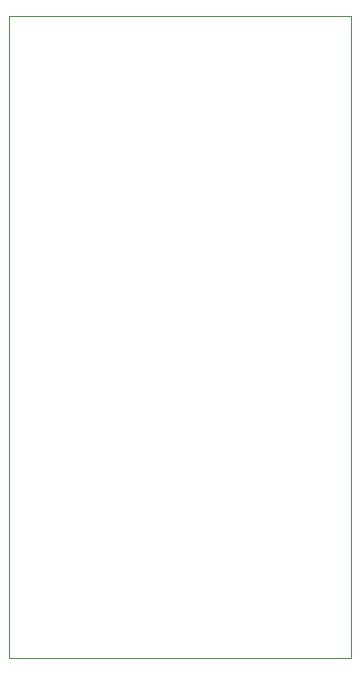
<source format=gbr>
%TF.GenerationSoftware,KiCad,Pcbnew,(6.0.10)*%
%TF.CreationDate,2023-01-22T23:50:18+10:00*%
%TF.ProjectId,ESP32-S3-Breakout,45535033-322d-4533-932d-427265616b6f,rev?*%
%TF.SameCoordinates,Original*%
%TF.FileFunction,Profile,NP*%
%FSLAX46Y46*%
G04 Gerber Fmt 4.6, Leading zero omitted, Abs format (unit mm)*
G04 Created by KiCad (PCBNEW (6.0.10)) date 2023-01-22 23:50:18*
%MOMM*%
%LPD*%
G01*
G04 APERTURE LIST*
%TA.AperFunction,Profile*%
%ADD10C,0.100000*%
%TD*%
G04 APERTURE END LIST*
D10*
X74422000Y-74422000D02*
X103378000Y-74422000D01*
X103378000Y-74422000D02*
X103378000Y-128778000D01*
X103378000Y-128778000D02*
X74422000Y-128778000D01*
X74422000Y-128778000D02*
X74422000Y-74422000D01*
M02*

</source>
